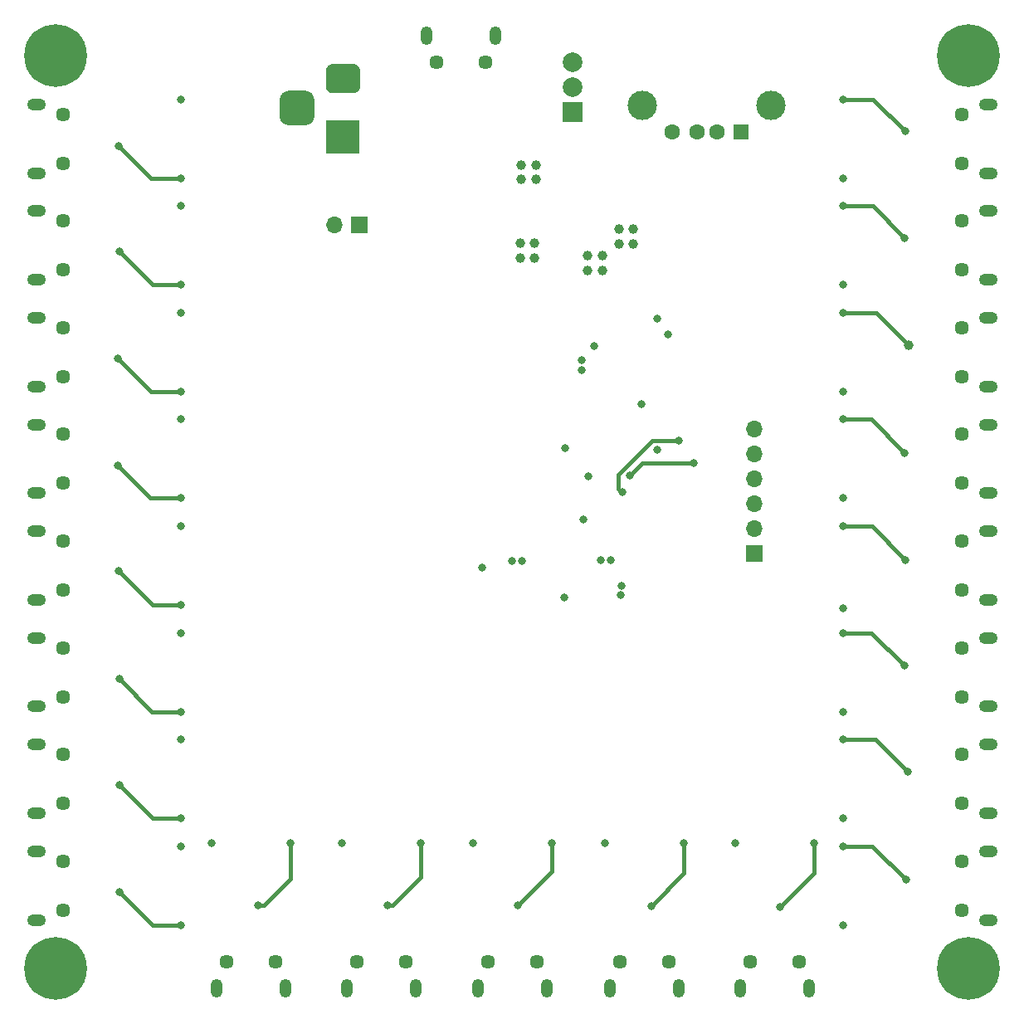
<source format=gbr>
G04 #@! TF.GenerationSoftware,KiCad,Pcbnew,5.1.5+dfsg1-2build2*
G04 #@! TF.CreationDate,2020-12-27T14:09:11-05:00*
G04 #@! TF.ProjectId,usb-solder,7573622d-736f-46c6-9465-722e6b696361,rev?*
G04 #@! TF.SameCoordinates,Original*
G04 #@! TF.FileFunction,Copper,L4,Bot*
G04 #@! TF.FilePolarity,Positive*
%FSLAX46Y46*%
G04 Gerber Fmt 4.6, Leading zero omitted, Abs format (unit mm)*
G04 Created by KiCad (PCBNEW 5.1.5+dfsg1-2build2) date 2020-12-27 14:09:11*
%MOMM*%
%LPD*%
G04 APERTURE LIST*
%ADD10R,3.500000X3.500000*%
%ADD11C,0.100000*%
%ADD12R,1.700000X1.700000*%
%ADD13O,1.700000X1.700000*%
%ADD14C,3.000000*%
%ADD15R,1.600000X1.600000*%
%ADD16C,1.600000*%
%ADD17O,1.900000X1.200000*%
%ADD18C,1.450000*%
%ADD19O,1.200000X1.900000*%
%ADD20R,2.000000X2.000000*%
%ADD21C,2.000000*%
%ADD22C,6.400000*%
%ADD23C,1.000000*%
%ADD24C,0.800000*%
%ADD25C,0.400000*%
G04 APERTURE END LIST*
D10*
X82753200Y-61772800D03*
G04 #@! TA.AperFunction,ComponentPad*
D11*
G36*
X83826713Y-54276411D02*
G01*
X83899518Y-54287211D01*
X83970914Y-54305095D01*
X84040213Y-54329890D01*
X84106748Y-54361359D01*
X84169878Y-54399198D01*
X84228995Y-54443042D01*
X84283530Y-54492470D01*
X84332958Y-54547005D01*
X84376802Y-54606122D01*
X84414641Y-54669252D01*
X84446110Y-54735787D01*
X84470905Y-54805086D01*
X84488789Y-54876482D01*
X84499589Y-54949287D01*
X84503200Y-55022800D01*
X84503200Y-56522800D01*
X84499589Y-56596313D01*
X84488789Y-56669118D01*
X84470905Y-56740514D01*
X84446110Y-56809813D01*
X84414641Y-56876348D01*
X84376802Y-56939478D01*
X84332958Y-56998595D01*
X84283530Y-57053130D01*
X84228995Y-57102558D01*
X84169878Y-57146402D01*
X84106748Y-57184241D01*
X84040213Y-57215710D01*
X83970914Y-57240505D01*
X83899518Y-57258389D01*
X83826713Y-57269189D01*
X83753200Y-57272800D01*
X81753200Y-57272800D01*
X81679687Y-57269189D01*
X81606882Y-57258389D01*
X81535486Y-57240505D01*
X81466187Y-57215710D01*
X81399652Y-57184241D01*
X81336522Y-57146402D01*
X81277405Y-57102558D01*
X81222870Y-57053130D01*
X81173442Y-56998595D01*
X81129598Y-56939478D01*
X81091759Y-56876348D01*
X81060290Y-56809813D01*
X81035495Y-56740514D01*
X81017611Y-56669118D01*
X81006811Y-56596313D01*
X81003200Y-56522800D01*
X81003200Y-55022800D01*
X81006811Y-54949287D01*
X81017611Y-54876482D01*
X81035495Y-54805086D01*
X81060290Y-54735787D01*
X81091759Y-54669252D01*
X81129598Y-54606122D01*
X81173442Y-54547005D01*
X81222870Y-54492470D01*
X81277405Y-54443042D01*
X81336522Y-54399198D01*
X81399652Y-54361359D01*
X81466187Y-54329890D01*
X81535486Y-54305095D01*
X81606882Y-54287211D01*
X81679687Y-54276411D01*
X81753200Y-54272800D01*
X83753200Y-54272800D01*
X83826713Y-54276411D01*
G37*
G04 #@! TD.AperFunction*
G04 #@! TA.AperFunction,ComponentPad*
G36*
X79013965Y-57027013D02*
G01*
X79098904Y-57039613D01*
X79182199Y-57060477D01*
X79263048Y-57089405D01*
X79340672Y-57126119D01*
X79414324Y-57170264D01*
X79483294Y-57221416D01*
X79546918Y-57279082D01*
X79604584Y-57342706D01*
X79655736Y-57411676D01*
X79699881Y-57485328D01*
X79736595Y-57562952D01*
X79765523Y-57643801D01*
X79786387Y-57727096D01*
X79798987Y-57812035D01*
X79803200Y-57897800D01*
X79803200Y-59647800D01*
X79798987Y-59733565D01*
X79786387Y-59818504D01*
X79765523Y-59901799D01*
X79736595Y-59982648D01*
X79699881Y-60060272D01*
X79655736Y-60133924D01*
X79604584Y-60202894D01*
X79546918Y-60266518D01*
X79483294Y-60324184D01*
X79414324Y-60375336D01*
X79340672Y-60419481D01*
X79263048Y-60456195D01*
X79182199Y-60485123D01*
X79098904Y-60505987D01*
X79013965Y-60518587D01*
X78928200Y-60522800D01*
X77178200Y-60522800D01*
X77092435Y-60518587D01*
X77007496Y-60505987D01*
X76924201Y-60485123D01*
X76843352Y-60456195D01*
X76765728Y-60419481D01*
X76692076Y-60375336D01*
X76623106Y-60324184D01*
X76559482Y-60266518D01*
X76501816Y-60202894D01*
X76450664Y-60133924D01*
X76406519Y-60060272D01*
X76369805Y-59982648D01*
X76340877Y-59901799D01*
X76320013Y-59818504D01*
X76307413Y-59733565D01*
X76303200Y-59647800D01*
X76303200Y-57897800D01*
X76307413Y-57812035D01*
X76320013Y-57727096D01*
X76340877Y-57643801D01*
X76369805Y-57562952D01*
X76406519Y-57485328D01*
X76450664Y-57411676D01*
X76501816Y-57342706D01*
X76559482Y-57279082D01*
X76623106Y-57221416D01*
X76692076Y-57170264D01*
X76765728Y-57126119D01*
X76843352Y-57089405D01*
X76924201Y-57060477D01*
X77007496Y-57039613D01*
X77092435Y-57027013D01*
X77178200Y-57022800D01*
X78928200Y-57022800D01*
X79013965Y-57027013D01*
G37*
G04 #@! TD.AperFunction*
D12*
X84455000Y-70688200D03*
D13*
X81915000Y-70688200D03*
D14*
X113297800Y-58504000D03*
X126437800Y-58504000D03*
D15*
X123367800Y-61214000D03*
D16*
X120867800Y-61214000D03*
X118867800Y-61214000D03*
X116367800Y-61214000D03*
D17*
X51478500Y-65425200D03*
X51478500Y-58425200D03*
D18*
X54178500Y-64425200D03*
X54178500Y-59425200D03*
X54178500Y-70310914D03*
X54178500Y-75310914D03*
D17*
X51478500Y-69310914D03*
X51478500Y-76310914D03*
D18*
X54178500Y-81196628D03*
X54178500Y-86196628D03*
D17*
X51478500Y-80196628D03*
X51478500Y-87196628D03*
D18*
X54178500Y-92082342D03*
X54178500Y-97082342D03*
D17*
X51478500Y-91082342D03*
X51478500Y-98082342D03*
D18*
X54178500Y-102968056D03*
X54178500Y-107968056D03*
D17*
X51478500Y-101968056D03*
X51478500Y-108968056D03*
D18*
X54178500Y-113853770D03*
X54178500Y-118853770D03*
D17*
X51478500Y-112853770D03*
X51478500Y-119853770D03*
X51478500Y-130739484D03*
X51478500Y-123739484D03*
D18*
X54178500Y-129739484D03*
X54178500Y-124739484D03*
X54178500Y-135625200D03*
X54178500Y-140625200D03*
D17*
X51478500Y-134625200D03*
X51478500Y-141625200D03*
D19*
X76872600Y-148578900D03*
X69872600Y-148578900D03*
D18*
X75872600Y-145878900D03*
X70872600Y-145878900D03*
D19*
X90172600Y-148578900D03*
X83172600Y-148578900D03*
D18*
X89172600Y-145878900D03*
X84172600Y-145878900D03*
D19*
X103542600Y-148578900D03*
X96542600Y-148578900D03*
D18*
X102542600Y-145878900D03*
X97542600Y-145878900D03*
D19*
X117022600Y-148578900D03*
X110022600Y-148578900D03*
D18*
X116022600Y-145878900D03*
X111022600Y-145878900D03*
D19*
X130272600Y-148578900D03*
X123272600Y-148578900D03*
D18*
X129272600Y-145878900D03*
X124272600Y-145878900D03*
D17*
X148597100Y-134625200D03*
X148597100Y-141625200D03*
D18*
X145897100Y-135625200D03*
X145897100Y-140625200D03*
D17*
X148557500Y-123739484D03*
X148557500Y-130739484D03*
D18*
X145857500Y-124739484D03*
X145857500Y-129739484D03*
X145897100Y-118853770D03*
X145897100Y-113853770D03*
D17*
X148597100Y-119853770D03*
X148597100Y-112853770D03*
X148597100Y-101968056D03*
X148597100Y-108968056D03*
D18*
X145897100Y-102968056D03*
X145897100Y-107968056D03*
X145857500Y-97082342D03*
X145857500Y-92082342D03*
D17*
X148557500Y-98082342D03*
X148557500Y-91082342D03*
D18*
X145857500Y-86196628D03*
X145857500Y-81196628D03*
D17*
X148557500Y-87196628D03*
X148557500Y-80196628D03*
X148557500Y-69310914D03*
X148557500Y-76310914D03*
D18*
X145857500Y-70310914D03*
X145857500Y-75310914D03*
X145897100Y-64425200D03*
X145897100Y-59425200D03*
D17*
X148597100Y-65425200D03*
X148597100Y-58425200D03*
D18*
X97292800Y-54091300D03*
X92292800Y-54091300D03*
D19*
X98292800Y-51391300D03*
X91292800Y-51391300D03*
D20*
X106172000Y-59232800D03*
D21*
X106172000Y-56692800D03*
X106172000Y-54152800D03*
D22*
X53441600Y-53441600D03*
X146583400Y-53441600D03*
X53441600Y-146558000D03*
X146532600Y-146558000D03*
D12*
X124750000Y-104250000D03*
D13*
X124750000Y-101710000D03*
X124750000Y-99170000D03*
X124750000Y-96630000D03*
X124750000Y-94090000D03*
X124750000Y-91550000D03*
D23*
X110880000Y-72660000D03*
X110880000Y-71160000D03*
X112380000Y-72660000D03*
X112380000Y-71170000D03*
X107710000Y-75340000D03*
X107710000Y-73840000D03*
X109210000Y-75340000D03*
X109210000Y-73850000D03*
D24*
X115951000Y-81915000D03*
X114782600Y-80289400D03*
X110109000Y-104927400D03*
X100999474Y-105029232D03*
X105443020Y-93525340D03*
X114833400Y-93644720D03*
X96964500Y-105702100D03*
X111088764Y-108514910D03*
X105364280Y-108755180D03*
X107098766Y-85529514D03*
X107262458Y-100762770D03*
D23*
X102320000Y-72600000D03*
X100820000Y-74090000D03*
X100820000Y-72590000D03*
X102320000Y-74090000D03*
X100910000Y-66080000D03*
X100910000Y-64580000D03*
X102410000Y-66080000D03*
X102410000Y-64590000D03*
D24*
X96017599Y-133762800D03*
X82647599Y-133762800D03*
X69347599Y-133762800D03*
X66236800Y-134100199D03*
X66236800Y-123214483D03*
X66236800Y-112328769D03*
X66236800Y-101443055D03*
X66236800Y-90557341D03*
X66236800Y-79671627D03*
X66236800Y-68785913D03*
X66236800Y-57900199D03*
X109497599Y-133762800D03*
X122747599Y-133762800D03*
X133756400Y-142150200D03*
X133756400Y-109813057D03*
X133756400Y-120378770D03*
X133756400Y-98607342D03*
X133756400Y-87721628D03*
X133756400Y-76835914D03*
X133756400Y-65950200D03*
X133756400Y-131264484D03*
X113182400Y-89001600D03*
X108381800Y-83032600D03*
X109042200Y-104952800D03*
X99999800Y-105003600D03*
X107777907Y-96354067D03*
X111127540Y-107515660D03*
X107130000Y-84530000D03*
X66236800Y-65950200D03*
X59842400Y-62636400D03*
X66236800Y-76835914D03*
X59918600Y-73456800D03*
X66236800Y-87721628D03*
X59766200Y-84328000D03*
X66236800Y-98607342D03*
X59766200Y-95300800D03*
X66236800Y-109493056D03*
X59842400Y-106045000D03*
X66236800Y-120378770D03*
X59944000Y-117043200D03*
X66236800Y-131264484D03*
X59944000Y-127889000D03*
X66236800Y-142150200D03*
X59969400Y-138811000D03*
X77397600Y-133762800D03*
X74091800Y-140131800D03*
X90697600Y-133762800D03*
X87274400Y-140106400D03*
X104067600Y-133762800D03*
X100584000Y-140157200D03*
X117547600Y-133762800D03*
X114198400Y-140182600D03*
X130797600Y-133762800D03*
X127355600Y-140309600D03*
X133756400Y-134100199D03*
X140208000Y-137541000D03*
X133756400Y-123214483D03*
X140385800Y-126542800D03*
X133756400Y-112328769D03*
X140004800Y-115697000D03*
X133756400Y-101443055D03*
X140131800Y-104876600D03*
X133756400Y-90557341D03*
X140055600Y-93954600D03*
X133756400Y-79671627D03*
D23*
X140500000Y-83000000D03*
D24*
X133756400Y-68785913D03*
X140081000Y-72085200D03*
X133756400Y-57900199D03*
X140106400Y-61163200D03*
X112000000Y-96250000D03*
X118500000Y-95000000D03*
X111250000Y-98000000D03*
X117000000Y-92750000D03*
D25*
X63156200Y-65950200D02*
X66236800Y-65950200D01*
X59842400Y-62636400D02*
X63156200Y-65950200D01*
X63297714Y-76835914D02*
X66236800Y-76835914D01*
X59918600Y-73456800D02*
X63297714Y-76835914D01*
X63159828Y-87721628D02*
X66236800Y-87721628D01*
X59766200Y-84328000D02*
X63159828Y-87721628D01*
X63072742Y-98607342D02*
X66236800Y-98607342D01*
X59766200Y-95300800D02*
X63072742Y-98607342D01*
X63290456Y-109493056D02*
X66236800Y-109493056D01*
X59842400Y-106045000D02*
X63290456Y-109493056D01*
X63279570Y-120378770D02*
X66236800Y-120378770D01*
X59944000Y-117043200D02*
X63279570Y-120378770D01*
X63319484Y-131264484D02*
X66236800Y-131264484D01*
X59944000Y-127889000D02*
X63319484Y-131264484D01*
X63308600Y-142150200D02*
X66236800Y-142150200D01*
X59969400Y-138811000D02*
X63308600Y-142150200D01*
X77397600Y-134328485D02*
X77397600Y-133762800D01*
X77397600Y-137391685D02*
X77397600Y-134328485D01*
X74657485Y-140131800D02*
X77397600Y-137391685D01*
X74091800Y-140131800D02*
X74657485Y-140131800D01*
X90697600Y-134328485D02*
X90697600Y-133762800D01*
X90697600Y-137248885D02*
X90697600Y-134328485D01*
X87840085Y-140106400D02*
X90697600Y-137248885D01*
X87274400Y-140106400D02*
X87840085Y-140106400D01*
X104067600Y-136673600D02*
X104067600Y-133762800D01*
X100584000Y-140157200D02*
X104067600Y-136673600D01*
X117547600Y-136833400D02*
X117547600Y-133762800D01*
X114198400Y-140182600D02*
X117547600Y-136833400D01*
X130797600Y-136867600D02*
X130797600Y-134328485D01*
X130797600Y-134328485D02*
X130797600Y-133762800D01*
X127355600Y-140309600D02*
X130797600Y-136867600D01*
X136767199Y-134100199D02*
X133756400Y-134100199D01*
X140208000Y-137541000D02*
X136767199Y-134100199D01*
X137057483Y-123214483D02*
X133756400Y-123214483D01*
X140385800Y-126542800D02*
X137057483Y-123214483D01*
X136636569Y-112328769D02*
X133756400Y-112328769D01*
X140004800Y-115697000D02*
X136636569Y-112328769D01*
X136698255Y-101443055D02*
X133756400Y-101443055D01*
X140131800Y-104876600D02*
X136698255Y-101443055D01*
X136658341Y-90557341D02*
X133756400Y-90557341D01*
X140055600Y-93954600D02*
X136658341Y-90557341D01*
X137171627Y-79671627D02*
X133756400Y-79671627D01*
X140500000Y-83000000D02*
X137171627Y-79671627D01*
X136781713Y-68785913D02*
X133756400Y-68785913D01*
X140081000Y-72085200D02*
X136781713Y-68785913D01*
X136843399Y-57900199D02*
X133756400Y-57900199D01*
X140106400Y-61163200D02*
X136843399Y-57900199D01*
X113250000Y-95000000D02*
X118500000Y-95000000D01*
X112000000Y-96250000D02*
X113250000Y-95000000D01*
X114315998Y-92750000D02*
X117000000Y-92750000D01*
X110850001Y-96215997D02*
X114315998Y-92750000D01*
X110850001Y-97600001D02*
X110850001Y-96215997D01*
X111250000Y-98000000D02*
X110850001Y-97600001D01*
M02*

</source>
